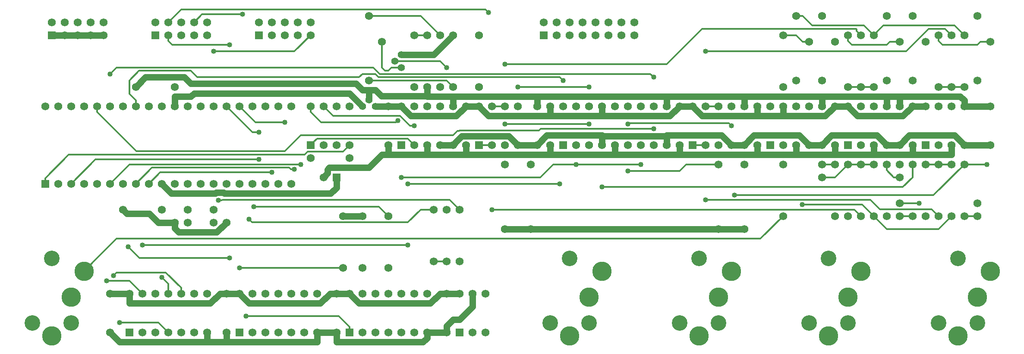
<source format=gbr>
G04 #@! TF.GenerationSoftware,KiCad,Pcbnew,(5.0.2)-1*
G04 #@! TF.CreationDate,2019-01-01T18:45:18-08:00*
G04 #@! TF.ProjectId,500-1063C,3530302d-3130-4363-9343-2e6b69636164,rev?*
G04 #@! TF.SameCoordinates,Original*
G04 #@! TF.FileFunction,Copper,L1,Top*
G04 #@! TF.FilePolarity,Positive*
%FSLAX46Y46*%
G04 Gerber Fmt 4.6, Leading zero omitted, Abs format (unit mm)*
G04 Created by KiCad (PCBNEW (5.0.2)-1) date 1/1/2019 6:45:18 PM*
%MOMM*%
%LPD*%
G01*
G04 APERTURE LIST*
G04 #@! TA.AperFunction,ComponentPad*
%ADD10R,1.574800X1.574800*%
G04 #@! TD*
G04 #@! TA.AperFunction,ComponentPad*
%ADD11C,1.574800*%
G04 #@! TD*
G04 #@! TA.AperFunction,ComponentPad*
%ADD12C,3.810000*%
G04 #@! TD*
G04 #@! TA.AperFunction,ComponentPad*
%ADD13C,3.048000*%
G04 #@! TD*
G04 #@! TA.AperFunction,ComponentPad*
%ADD14C,1.397000*%
G04 #@! TD*
G04 #@! TA.AperFunction,ViaPad*
%ADD15C,1.016000*%
G04 #@! TD*
G04 #@! TA.AperFunction,Conductor*
%ADD16C,1.270000*%
G04 #@! TD*
G04 #@! TA.AperFunction,Conductor*
%ADD17C,0.304800*%
G04 #@! TD*
G04 APERTURE END LIST*
D10*
G04 #@! TO.P,P3,1*
G04 #@! TO.N,-15V0*
X172720000Y-62230000D03*
D11*
G04 #@! TO.P,P3,2*
X172720000Y-59690000D03*
G04 #@! TO.P,P3,3*
G04 #@! TO.N,GND*
X175260000Y-62230000D03*
G04 #@! TO.P,P3,4*
X175260000Y-59690000D03*
G04 #@! TO.P,P3,5*
X177800000Y-62230000D03*
G04 #@! TO.P,P3,6*
X177800000Y-59690000D03*
G04 #@! TO.P,P3,7*
X180340000Y-62230000D03*
G04 #@! TO.P,P3,8*
X180340000Y-59690000D03*
G04 #@! TO.P,P3,9*
G04 #@! TO.N,+15V0*
X182880000Y-62230000D03*
G04 #@! TO.P,P3,10*
X182880000Y-59690000D03*
G04 #@! TO.P,P3,11*
G04 #@! TO.N,N/C*
X185420000Y-62230000D03*
G04 #@! TO.P,P3,12*
X185420000Y-59690000D03*
G04 #@! TO.P,P3,13*
X187960000Y-62230000D03*
G04 #@! TO.P,P3,14*
X187960000Y-59690000D03*
G04 #@! TO.P,P3,15*
X190500000Y-62230000D03*
G04 #@! TO.P,P3,16*
X190500000Y-59690000D03*
G04 #@! TD*
G04 #@! TO.P,C1,1*
G04 #@! TO.N,VCC*
X87630000Y-113030000D03*
G04 #@! TO.P,C1,2*
G04 #@! TO.N,GND*
X87630000Y-120650000D03*
G04 #@! TD*
G04 #@! TO.P,C2,1*
G04 #@! TO.N,VCC*
X110490000Y-113030000D03*
G04 #@! TO.P,C2,2*
G04 #@! TO.N,GND*
X110490000Y-120650000D03*
G04 #@! TD*
G04 #@! TO.P,C3,1*
G04 #@! TO.N,+15V0*
X214630000Y-76200000D03*
G04 #@! TO.P,C3,2*
G04 #@! TO.N,GND*
X214630000Y-83820000D03*
G04 #@! TD*
G04 #@! TO.P,C4,2*
G04 #@! TO.N,GND*
X227330000Y-76200000D03*
G04 #@! TO.P,C4,1*
G04 #@! TO.N,-15V0*
X227330000Y-83820000D03*
G04 #@! TD*
G04 #@! TO.P,C5,2*
G04 #@! TO.N,GND*
X110490000Y-99060000D03*
G04 #@! TO.P,C5,1*
G04 #@! TO.N,Net-(C5-Pad1)*
X107950000Y-99060000D03*
G04 #@! TD*
G04 #@! TO.P,C6,1*
G04 #@! TO.N,Net-(C6-Pad1)*
X102870000Y-99060000D03*
G04 #@! TO.P,C6,2*
G04 #@! TO.N,GND*
X100330000Y-99060000D03*
G04 #@! TD*
G04 #@! TO.P,C7,1*
G04 #@! TO.N,+15V0*
X142240000Y-76200000D03*
G04 #@! TO.P,C7,2*
G04 #@! TO.N,GND*
X142240000Y-83820000D03*
G04 #@! TD*
G04 #@! TO.P,C8,2*
G04 #@! TO.N,GND*
X154940000Y-76200000D03*
G04 #@! TO.P,C8,1*
G04 #@! TO.N,-15V0*
X154940000Y-83820000D03*
G04 #@! TD*
G04 #@! TO.P,C9,2*
G04 #@! TO.N,GND*
X127000000Y-86360000D03*
G04 #@! TO.P,C9,1*
G04 #@! TO.N,VCC*
X134620000Y-86360000D03*
G04 #@! TD*
G04 #@! TO.P,C10,1*
G04 #@! TO.N,-15V0*
X196850000Y-83820000D03*
G04 #@! TO.P,C10,2*
G04 #@! TO.N,GND*
X196850000Y-76200000D03*
G04 #@! TD*
G04 #@! TO.P,C11,2*
G04 #@! TO.N,GND*
X173990000Y-83820000D03*
G04 #@! TO.P,C11,1*
G04 #@! TO.N,+15V0*
X173990000Y-76200000D03*
G04 #@! TD*
G04 #@! TO.P,C12,1*
G04 #@! TO.N,Net-(C12-Pad1)*
X207010000Y-87630000D03*
G04 #@! TO.P,C12,2*
G04 #@! TO.N,GND*
X207010000Y-100330000D03*
G04 #@! TD*
G04 #@! TO.P,C13,2*
G04 #@! TO.N,GND*
X212090000Y-100330000D03*
G04 #@! TO.P,C13,1*
G04 #@! TO.N,Net-(C13-Pad1)*
X212090000Y-87630000D03*
G04 #@! TD*
G04 #@! TO.P,C14,1*
G04 #@! TO.N,Net-(C14-Pad1)*
X165100000Y-87630000D03*
G04 #@! TO.P,C14,2*
G04 #@! TO.N,GND*
X165100000Y-100330000D03*
G04 #@! TD*
G04 #@! TO.P,C15,2*
G04 #@! TO.N,GND*
X170180000Y-100330000D03*
G04 #@! TO.P,C15,1*
G04 #@! TO.N,Net-(C15-Pad1)*
X170180000Y-87630000D03*
G04 #@! TD*
G04 #@! TO.P,C16,2*
G04 #@! TO.N,GND*
X199390000Y-83820000D03*
G04 #@! TO.P,C16,1*
G04 #@! TO.N,+15V0*
X199390000Y-76200000D03*
G04 #@! TD*
G04 #@! TO.P,C17,2*
G04 #@! TO.N,GND*
X157480000Y-83820000D03*
G04 #@! TO.P,C17,1*
G04 #@! TO.N,+15V0*
X157480000Y-76200000D03*
G04 #@! TD*
G04 #@! TO.P,C18,1*
G04 #@! TO.N,-15V0*
X212090000Y-83820000D03*
G04 #@! TO.P,C18,2*
G04 #@! TO.N,GND*
X212090000Y-76200000D03*
G04 #@! TD*
G04 #@! TO.P,C19,1*
G04 #@! TO.N,-15V0*
X171450000Y-83820000D03*
G04 #@! TO.P,C19,2*
G04 #@! TO.N,GND*
X171450000Y-76200000D03*
G04 #@! TD*
G04 #@! TO.P,C20,1*
G04 #@! TO.N,VCC*
X97790000Y-96520000D03*
G04 #@! TO.P,C20,2*
G04 #@! TO.N,GND*
X90170000Y-96520000D03*
G04 #@! TD*
G04 #@! TO.P,C21,2*
G04 #@! TO.N,GND*
X92710000Y-72390000D03*
G04 #@! TO.P,C21,1*
G04 #@! TO.N,VCC*
X100330000Y-72390000D03*
G04 #@! TD*
G04 #@! TO.P,C22,2*
G04 #@! TO.N,GND*
X129540000Y-90170000D03*
D10*
G04 #@! TO.P,C22,1*
G04 #@! TO.N,VCC*
X132080000Y-90170000D03*
G04 #@! TD*
D11*
G04 #@! TO.P,D1,1*
G04 #@! TO.N,Net-(D1-Pad1)*
X153670000Y-106680000D03*
G04 #@! TO.P,D1,2*
G04 #@! TO.N,Net-(D1-Pad2)*
X153670000Y-96520000D03*
G04 #@! TD*
D12*
G04 #@! TO.P,J1,1*
G04 #@! TO.N,GND*
X76200000Y-121361200D03*
D13*
G04 #@! TO.P,J1,*
G04 #@! TO.N,*
X80010000Y-118821200D03*
D12*
G04 #@! TO.P,J1,2*
G04 #@! TO.N,GND*
X80010000Y-113741200D03*
G04 #@! TO.P,J1,3*
G04 #@! TO.N,Net-(J1-Pad3)*
X82550000Y-108661200D03*
D13*
G04 #@! TO.P,J1,*
G04 #@! TO.N,*
X76200000Y-106121200D03*
X72390000Y-118821200D03*
G04 #@! TD*
G04 #@! TO.P,J2,*
G04 #@! TO.N,*
X224790000Y-118821200D03*
X228600000Y-106121200D03*
D12*
G04 #@! TO.P,J2,3*
G04 #@! TO.N,Net-(J2-Pad3)*
X234950000Y-108661200D03*
G04 #@! TO.P,J2,2*
G04 #@! TO.N,N/C*
X232410000Y-113741200D03*
D13*
G04 #@! TO.P,J2,*
G04 #@! TO.N,*
X232410000Y-118821200D03*
D12*
G04 #@! TO.P,J2,1*
G04 #@! TO.N,GND*
X228600000Y-121361200D03*
G04 #@! TD*
G04 #@! TO.P,J4,1*
G04 #@! TO.N,GND*
X177800000Y-121361200D03*
D13*
G04 #@! TO.P,J4,*
G04 #@! TO.N,*
X181610000Y-118821200D03*
D12*
G04 #@! TO.P,J4,2*
G04 #@! TO.N,N/C*
X181610000Y-113741200D03*
G04 #@! TO.P,J4,3*
G04 #@! TO.N,Net-(J4-Pad3)*
X184150000Y-108661200D03*
D13*
G04 #@! TO.P,J4,*
G04 #@! TO.N,*
X177800000Y-106121200D03*
X173990000Y-118821200D03*
G04 #@! TD*
D12*
G04 #@! TO.P,J5,1*
G04 #@! TO.N,GND*
X203200000Y-121361200D03*
D13*
G04 #@! TO.P,J5,*
G04 #@! TO.N,*
X207010000Y-118821200D03*
D12*
G04 #@! TO.P,J5,2*
G04 #@! TO.N,N/C*
X207010000Y-113741200D03*
G04 #@! TO.P,J5,3*
G04 #@! TO.N,Net-(J5-Pad3)*
X209550000Y-108661200D03*
D13*
G04 #@! TO.P,J5,*
G04 #@! TO.N,*
X203200000Y-106121200D03*
X199390000Y-118821200D03*
G04 #@! TD*
D10*
G04 #@! TO.P,J6,1*
G04 #@! TO.N,Net-(J6-Pad1)*
X116840000Y-62230000D03*
D11*
G04 #@! TO.P,J6,2*
G04 #@! TO.N,N/C*
X116840000Y-59690000D03*
G04 #@! TO.P,J6,3*
G04 #@! TO.N,Net-(J6-Pad3)*
X119380000Y-62230000D03*
G04 #@! TO.P,J6,4*
G04 #@! TO.N,N/C*
X119380000Y-59690000D03*
G04 #@! TO.P,J6,5*
G04 #@! TO.N,Net-(J6-Pad5)*
X121920000Y-62230000D03*
G04 #@! TO.P,J6,6*
G04 #@! TO.N,Net-(J6-Pad6)*
X121920000Y-59690000D03*
G04 #@! TO.P,J6,7*
G04 #@! TO.N,N/C*
X124460000Y-62230000D03*
G04 #@! TO.P,J6,8*
X124460000Y-59690000D03*
G04 #@! TO.P,J6,9*
G04 #@! TO.N,Net-(J6-Pad9)*
X127000000Y-62230000D03*
G04 #@! TO.P,J6,10*
G04 #@! TO.N,N/C*
X127000000Y-59690000D03*
G04 #@! TD*
D10*
G04 #@! TO.P,P1,1*
G04 #@! TO.N,GND*
X76200000Y-62230000D03*
D11*
G04 #@! TO.P,P1,2*
G04 #@! TO.N,Net-(P1-Pad2)*
X76200000Y-59690000D03*
G04 #@! TO.P,P1,3*
G04 #@! TO.N,GND*
X78740000Y-62230000D03*
G04 #@! TO.P,P1,4*
G04 #@! TO.N,Net-(P1-Pad4)*
X78740000Y-59690000D03*
G04 #@! TO.P,P1,5*
G04 #@! TO.N,GND*
X81280000Y-62230000D03*
G04 #@! TO.P,P1,6*
G04 #@! TO.N,Net-(P1-Pad6)*
X81280000Y-59690000D03*
G04 #@! TO.P,P1,7*
G04 #@! TO.N,GND*
X83820000Y-62230000D03*
G04 #@! TO.P,P1,8*
G04 #@! TO.N,Net-(P1-Pad8)*
X83820000Y-59690000D03*
G04 #@! TO.P,P1,9*
G04 #@! TO.N,GND*
X86360000Y-62230000D03*
G04 #@! TO.P,P1,10*
G04 #@! TO.N,Net-(P1-Pad10)*
X86360000Y-59690000D03*
G04 #@! TD*
G04 #@! TO.P,P2,10*
G04 #@! TO.N,GND*
X106680000Y-59690000D03*
G04 #@! TO.P,P2,9*
X106680000Y-62230000D03*
G04 #@! TO.P,P2,8*
G04 #@! TO.N,Net-(P2-Pad8)*
X104140000Y-59690000D03*
G04 #@! TO.P,P2,7*
G04 #@! TO.N,Net-(P2-Pad7)*
X104140000Y-62230000D03*
G04 #@! TO.P,P2,6*
G04 #@! TO.N,GND*
X101600000Y-59690000D03*
G04 #@! TO.P,P2,5*
X101600000Y-62230000D03*
G04 #@! TO.P,P2,4*
G04 #@! TO.N,Net-(D1-Pad2)*
X99060000Y-59690000D03*
G04 #@! TO.P,P2,3*
G04 #@! TO.N,Net-(P2-Pad3)*
X99060000Y-62230000D03*
G04 #@! TO.P,P2,2*
G04 #@! TO.N,GND*
X96520000Y-59690000D03*
D10*
G04 #@! TO.P,P2,1*
X96520000Y-62230000D03*
G04 #@! TD*
D11*
G04 #@! TO.P,R1,1*
G04 #@! TO.N,Net-(P2-Pad8)*
X142240000Y-97790000D03*
G04 #@! TO.P,R1,2*
G04 #@! TO.N,Net-(R1-Pad2)*
X142240000Y-107950000D03*
G04 #@! TD*
G04 #@! TO.P,R2,2*
G04 #@! TO.N,Net-(D1-Pad1)*
X151130000Y-106680000D03*
G04 #@! TO.P,R2,1*
G04 #@! TO.N,Net-(P2-Pad3)*
X151130000Y-96520000D03*
G04 #@! TD*
G04 #@! TO.P,R3,2*
G04 #@! TO.N,VCC*
X133350000Y-97790000D03*
G04 #@! TO.P,R3,1*
G04 #@! TO.N,Net-(P2-Pad7)*
X133350000Y-107950000D03*
G04 #@! TD*
G04 #@! TO.P,R4,2*
G04 #@! TO.N,Net-(R4-Pad2)*
X137160000Y-107950000D03*
G04 #@! TO.P,R4,1*
G04 #@! TO.N,VCC*
X137160000Y-97790000D03*
G04 #@! TD*
G04 #@! TO.P,R5,1*
G04 #@! TO.N,Net-(J1-Pad3)*
X219710000Y-97790000D03*
G04 #@! TO.P,R5,2*
G04 #@! TO.N,Net-(R5-Pad2)*
X219710000Y-87630000D03*
G04 #@! TD*
G04 #@! TO.P,R6,2*
G04 #@! TO.N,/AVR/MIDI_IN*
X156210000Y-96520000D03*
G04 #@! TO.P,R6,1*
G04 #@! TO.N,VCC*
X156210000Y-106680000D03*
G04 #@! TD*
G04 #@! TO.P,R7,2*
G04 #@! TO.N,Net-(R7-Pad2)*
X219710000Y-62230000D03*
G04 #@! TO.P,R7,1*
G04 #@! TO.N,Net-(R5-Pad2)*
X219710000Y-72390000D03*
G04 #@! TD*
G04 #@! TO.P,R8,1*
G04 #@! TO.N,Net-(R10-Pad1)*
X222250000Y-58420000D03*
G04 #@! TO.P,R8,2*
G04 #@! TO.N,Net-(R7-Pad2)*
X224790000Y-63500000D03*
G04 #@! TO.P,R8,3*
X222250000Y-71120000D03*
G04 #@! TD*
G04 #@! TO.P,R9,2*
G04 #@! TO.N,Net-(C29-Pad1)*
X252730000Y-72390000D03*
G04 #@! TO.P,R9,1*
G04 #@! TO.N,/SampleHold/VB*
X252730000Y-62230000D03*
G04 #@! TD*
G04 #@! TO.P,R10,1*
G04 #@! TO.N,Net-(R10-Pad1)*
X255270000Y-62230000D03*
G04 #@! TO.P,R10,2*
G04 #@! TO.N,Net-(C29-Pad1)*
X255270000Y-72390000D03*
G04 #@! TD*
G04 #@! TO.P,R11,2*
G04 #@! TO.N,Net-(C31-Pad1)*
X234950000Y-87630000D03*
G04 #@! TO.P,R11,1*
G04 #@! TO.N,/SampleHold/VC*
X234950000Y-97790000D03*
G04 #@! TD*
G04 #@! TO.P,R12,1*
G04 #@! TO.N,Net-(R10-Pad1)*
X237490000Y-97790000D03*
G04 #@! TO.P,R12,2*
G04 #@! TO.N,Net-(C31-Pad1)*
X237490000Y-87630000D03*
G04 #@! TD*
G04 #@! TO.P,R13,1*
G04 #@! TO.N,/SampleHold/VA*
X250190000Y-97790000D03*
G04 #@! TO.P,R13,2*
G04 #@! TO.N,Net-(C30-Pad1)*
X250190000Y-87630000D03*
G04 #@! TD*
G04 #@! TO.P,R14,2*
G04 #@! TO.N,Net-(C30-Pad1)*
X252730000Y-87630000D03*
G04 #@! TO.P,R14,1*
G04 #@! TO.N,Net-(R10-Pad1)*
X252730000Y-97790000D03*
G04 #@! TD*
G04 #@! TO.P,R15,2*
G04 #@! TO.N,Net-(C32-Pad1)*
X234950000Y-72390000D03*
G04 #@! TO.P,R15,1*
G04 #@! TO.N,/SampleHold/VD*
X234950000Y-62230000D03*
G04 #@! TD*
G04 #@! TO.P,R16,1*
G04 #@! TO.N,Net-(R10-Pad1)*
X237490000Y-62230000D03*
G04 #@! TO.P,R16,2*
G04 #@! TO.N,Net-(C32-Pad1)*
X237490000Y-72390000D03*
G04 #@! TD*
G04 #@! TO.P,R17,1*
G04 #@! TO.N,Net-(C29-Pad1)*
X250190000Y-72390000D03*
G04 #@! TO.P,R17,2*
G04 #@! TO.N,Net-(R17-Pad2)*
X250190000Y-62230000D03*
G04 #@! TD*
G04 #@! TO.P,R18,2*
G04 #@! TO.N,Net-(R18-Pad2)*
X232410000Y-97790000D03*
G04 #@! TO.P,R18,1*
G04 #@! TO.N,Net-(C31-Pad1)*
X232410000Y-87630000D03*
G04 #@! TD*
G04 #@! TO.P,R19,2*
G04 #@! TO.N,Net-(R19-Pad2)*
X247650000Y-97790000D03*
G04 #@! TO.P,R19,1*
G04 #@! TO.N,Net-(C30-Pad1)*
X247650000Y-87630000D03*
G04 #@! TD*
G04 #@! TO.P,R20,1*
G04 #@! TO.N,Net-(C32-Pad1)*
X232410000Y-72390000D03*
G04 #@! TO.P,R20,2*
G04 #@! TO.N,Net-(R20-Pad2)*
X232410000Y-62230000D03*
G04 #@! TD*
G04 #@! TO.P,R21,3*
G04 #@! TO.N,Net-(R17-Pad2)*
X257810000Y-71120000D03*
G04 #@! TO.P,R21,2*
X260350000Y-63500000D03*
G04 #@! TO.P,R21,1*
G04 #@! TO.N,Net-(J5-Pad3)*
X257810000Y-58420000D03*
G04 #@! TD*
G04 #@! TO.P,R22,1*
G04 #@! TO.N,Net-(J2-Pad3)*
X227330000Y-58420000D03*
G04 #@! TO.P,R22,2*
G04 #@! TO.N,Net-(R18-Pad2)*
X229870000Y-63500000D03*
G04 #@! TO.P,R22,3*
X227330000Y-71120000D03*
G04 #@! TD*
G04 #@! TO.P,R23,1*
G04 #@! TO.N,Net-(J4-Pad3)*
X245110000Y-58420000D03*
G04 #@! TO.P,R23,2*
G04 #@! TO.N,Net-(R19-Pad2)*
X247650000Y-63500000D03*
G04 #@! TO.P,R23,3*
X245110000Y-71120000D03*
G04 #@! TD*
G04 #@! TO.P,R24,3*
G04 #@! TO.N,Net-(R20-Pad2)*
X240030000Y-71120000D03*
G04 #@! TO.P,R24,2*
X242570000Y-63500000D03*
G04 #@! TO.P,R24,1*
G04 #@! TO.N,Net-(J3-Pad3)*
X240030000Y-58420000D03*
G04 #@! TD*
G04 #@! TO.P,R25,1*
G04 #@! TO.N,Net-(R25-Pad1)*
X152400000Y-72390000D03*
G04 #@! TO.P,R25,2*
G04 #@! TO.N,Net-(R25-Pad2)*
X152400000Y-62230000D03*
G04 #@! TD*
G04 #@! TO.P,R26,3*
G04 #@! TO.N,Net-(R26-Pad3)*
X138430000Y-71120000D03*
G04 #@! TO.P,R26,2*
G04 #@! TO.N,Net-(R26-Pad2)*
X140970000Y-63500000D03*
G04 #@! TO.P,R26,1*
G04 #@! TO.N,Net-(R25-Pad2)*
X138430000Y-58420000D03*
G04 #@! TD*
G04 #@! TO.P,R27,1*
G04 #@! TO.N,Net-(R26-Pad3)*
X154940000Y-72390000D03*
G04 #@! TO.P,R27,2*
G04 #@! TO.N,GND*
X154940000Y-62230000D03*
G04 #@! TD*
G04 #@! TO.P,R28,1*
G04 #@! TO.N,+15V0*
X160020000Y-72390000D03*
G04 #@! TO.P,R28,2*
G04 #@! TO.N,Net-(R25-Pad1)*
X160020000Y-62230000D03*
G04 #@! TD*
G04 #@! TO.P,R29,1*
G04 #@! TO.N,Net-(R29-Pad1)*
X149860000Y-62230000D03*
G04 #@! TO.P,R29,2*
G04 #@! TO.N,GND*
X149860000Y-72390000D03*
G04 #@! TD*
G04 #@! TO.P,R30,2*
G04 #@! TO.N,Net-(R30-Pad2)*
X147320000Y-72390000D03*
G04 #@! TO.P,R30,1*
G04 #@! TO.N,Net-(R29-Pad1)*
X147320000Y-62230000D03*
G04 #@! TD*
G04 #@! TO.P,U1,40*
G04 #@! TO.N,/AVR/A*
X74930000Y-76200000D03*
D10*
G04 #@! TO.P,U1,1*
G04 #@! TO.N,Net-(U1-Pad1)*
X74930000Y-91440000D03*
D11*
G04 #@! TO.P,U1,39*
G04 #@! TO.N,/AVR/B*
X77470000Y-76200000D03*
G04 #@! TO.P,U1,2*
G04 #@! TO.N,N/C*
X77470000Y-91440000D03*
G04 #@! TO.P,U1,38*
G04 #@! TO.N,/AVR/C*
X80010000Y-76200000D03*
G04 #@! TO.P,U1,3*
G04 #@! TO.N,/AVR/GATE*
X80010000Y-91440000D03*
G04 #@! TO.P,U1,37*
G04 #@! TO.N,/AVR/D*
X82550000Y-76200000D03*
G04 #@! TO.P,U1,4*
G04 #@! TO.N,N/C*
X82550000Y-91440000D03*
G04 #@! TO.P,U1,36*
G04 #@! TO.N,/SampleHold/SA*
X85090000Y-76200000D03*
G04 #@! TO.P,U1,5*
G04 #@! TO.N,N/C*
X85090000Y-91440000D03*
G04 #@! TO.P,U1,35*
G04 #@! TO.N,/SampleHold/SB*
X87630000Y-76200000D03*
G04 #@! TO.P,U1,6*
G04 #@! TO.N,Net-(U1-Pad6)*
X87630000Y-91440000D03*
G04 #@! TO.P,U1,34*
G04 #@! TO.N,/SampleHold/SC*
X90170000Y-76200000D03*
G04 #@! TO.P,U1,7*
G04 #@! TO.N,N/C*
X90170000Y-91440000D03*
G04 #@! TO.P,U1,33*
G04 #@! TO.N,/SampleHold/SD*
X92710000Y-76200000D03*
G04 #@! TO.P,U1,8*
G04 #@! TO.N,Net-(U1-Pad8)*
X92710000Y-91440000D03*
G04 #@! TO.P,U1,32*
G04 #@! TO.N,N/C*
X95250000Y-76200000D03*
G04 #@! TO.P,U1,9*
G04 #@! TO.N,Net-(J6-Pad6)*
X95250000Y-91440000D03*
G04 #@! TO.P,U1,31*
G04 #@! TO.N,GND*
X97790000Y-76200000D03*
G04 #@! TO.P,U1,10*
G04 #@! TO.N,VCC*
X97790000Y-91440000D03*
G04 #@! TO.P,U1,30*
X100330000Y-76200000D03*
G04 #@! TO.P,U1,11*
G04 #@! TO.N,GND*
X100330000Y-91440000D03*
G04 #@! TO.P,U1,29*
G04 #@! TO.N,N/C*
X102870000Y-76200000D03*
G04 #@! TO.P,U1,12*
G04 #@! TO.N,Net-(C6-Pad1)*
X102870000Y-91440000D03*
G04 #@! TO.P,U1,28*
G04 #@! TO.N,N/C*
X105410000Y-76200000D03*
G04 #@! TO.P,U1,13*
G04 #@! TO.N,Net-(C5-Pad1)*
X105410000Y-91440000D03*
G04 #@! TO.P,U1,27*
G04 #@! TO.N,Net-(J6-Pad9)*
X107950000Y-76200000D03*
G04 #@! TO.P,U1,14*
G04 #@! TO.N,/AVR/MIDI_IN*
X107950000Y-91440000D03*
G04 #@! TO.P,U1,26*
G04 #@! TO.N,Net-(J6-Pad3)*
X110490000Y-76200000D03*
G04 #@! TO.P,U1,15*
G04 #@! TO.N,/AVR/MIDI_OUT*
X110490000Y-91440000D03*
G04 #@! TO.P,U1,25*
G04 #@! TO.N,Net-(J6-Pad5)*
X113030000Y-76200000D03*
G04 #@! TO.P,U1,16*
G04 #@! TO.N,N/C*
X113030000Y-91440000D03*
G04 #@! TO.P,U1,24*
G04 #@! TO.N,Net-(J6-Pad1)*
X115570000Y-76200000D03*
G04 #@! TO.P,U1,17*
G04 #@! TO.N,N/C*
X115570000Y-91440000D03*
G04 #@! TO.P,U1,23*
X118110000Y-76200000D03*
G04 #@! TO.P,U1,18*
X118110000Y-91440000D03*
G04 #@! TO.P,U1,22*
X120650000Y-76200000D03*
G04 #@! TO.P,U1,19*
X120650000Y-91440000D03*
G04 #@! TO.P,U1,21*
X123190000Y-76200000D03*
G04 #@! TO.P,U1,20*
X123190000Y-91440000D03*
G04 #@! TD*
G04 #@! TO.P,U2,14*
G04 #@! TO.N,VCC*
X91440000Y-113030000D03*
D10*
G04 #@! TO.P,U2,1*
G04 #@! TO.N,Net-(P1-Pad2)*
X91440000Y-120650000D03*
D11*
G04 #@! TO.P,U2,13*
G04 #@! TO.N,Net-(P1-Pad8)*
X93980000Y-113030000D03*
G04 #@! TO.P,U2,2*
G04 #@! TO.N,N/C*
X93980000Y-120650000D03*
G04 #@! TO.P,U2,12*
X96520000Y-113030000D03*
G04 #@! TO.P,U2,3*
G04 #@! TO.N,/AVR/A*
X96520000Y-120650000D03*
G04 #@! TO.P,U2,11*
G04 #@! TO.N,/AVR/D*
X99060000Y-113030000D03*
G04 #@! TO.P,U2,4*
G04 #@! TO.N,Net-(P1-Pad4)*
X99060000Y-120650000D03*
G04 #@! TO.P,U2,10*
G04 #@! TO.N,Net-(P1-Pad6)*
X101600000Y-113030000D03*
G04 #@! TO.P,U2,5*
G04 #@! TO.N,N/C*
X101600000Y-120650000D03*
G04 #@! TO.P,U2,9*
X104140000Y-113030000D03*
G04 #@! TO.P,U2,6*
G04 #@! TO.N,/AVR/B*
X104140000Y-120650000D03*
G04 #@! TO.P,U2,8*
G04 #@! TO.N,/AVR/C*
X106680000Y-113030000D03*
G04 #@! TO.P,U2,7*
G04 #@! TO.N,GND*
X106680000Y-120650000D03*
G04 #@! TD*
G04 #@! TO.P,U3,7*
G04 #@! TO.N,GND*
X128270000Y-120650000D03*
G04 #@! TO.P,U3,8*
G04 #@! TO.N,N/C*
X128270000Y-113030000D03*
G04 #@! TO.P,U3,6*
X125730000Y-120650000D03*
G04 #@! TO.P,U3,9*
X125730000Y-113030000D03*
G04 #@! TO.P,U3,5*
X123190000Y-120650000D03*
G04 #@! TO.P,U3,10*
X123190000Y-113030000D03*
G04 #@! TO.P,U3,4*
X120650000Y-120650000D03*
G04 #@! TO.P,U3,11*
X120650000Y-113030000D03*
G04 #@! TO.P,U3,3*
G04 #@! TO.N,/AVR/GATE*
X118110000Y-120650000D03*
G04 #@! TO.P,U3,12*
G04 #@! TO.N,N/C*
X118110000Y-113030000D03*
G04 #@! TO.P,U3,2*
X115570000Y-120650000D03*
G04 #@! TO.P,U3,13*
X115570000Y-113030000D03*
D10*
G04 #@! TO.P,U3,1*
G04 #@! TO.N,Net-(P1-Pad10)*
X113030000Y-120650000D03*
D11*
G04 #@! TO.P,U3,14*
G04 #@! TO.N,VCC*
X113030000Y-113030000D03*
G04 #@! TD*
G04 #@! TO.P,U4,14*
G04 #@! TO.N,VCC*
X134620000Y-113030000D03*
D10*
G04 #@! TO.P,U4,1*
G04 #@! TO.N,/AVR/MIDI_OUT*
X134620000Y-120650000D03*
D11*
G04 #@! TO.P,U4,13*
G04 #@! TO.N,N/C*
X137160000Y-113030000D03*
G04 #@! TO.P,U4,2*
G04 #@! TO.N,Net-(R4-Pad2)*
X137160000Y-120650000D03*
G04 #@! TO.P,U4,12*
G04 #@! TO.N,N/C*
X139700000Y-113030000D03*
G04 #@! TO.P,U4,3*
G04 #@! TO.N,Net-(R4-Pad2)*
X139700000Y-120650000D03*
G04 #@! TO.P,U4,11*
G04 #@! TO.N,N/C*
X142240000Y-113030000D03*
G04 #@! TO.P,U4,4*
G04 #@! TO.N,Net-(R1-Pad2)*
X142240000Y-120650000D03*
G04 #@! TO.P,U4,10*
G04 #@! TO.N,N/C*
X144780000Y-113030000D03*
G04 #@! TO.P,U4,5*
X144780000Y-120650000D03*
G04 #@! TO.P,U4,9*
X147320000Y-113030000D03*
G04 #@! TO.P,U4,6*
X147320000Y-120650000D03*
G04 #@! TO.P,U4,8*
X149860000Y-113030000D03*
G04 #@! TO.P,U4,7*
G04 #@! TO.N,GND*
X149860000Y-120650000D03*
G04 #@! TD*
G04 #@! TO.P,U5,6*
G04 #@! TO.N,VCC*
X156210000Y-113030000D03*
D10*
G04 #@! TO.P,U5,1*
G04 #@! TO.N,Net-(D1-Pad1)*
X156210000Y-120650000D03*
D11*
G04 #@! TO.P,U5,5*
G04 #@! TO.N,GND*
X158750000Y-113030000D03*
G04 #@! TO.P,U5,2*
G04 #@! TO.N,Net-(D1-Pad2)*
X158750000Y-120650000D03*
G04 #@! TO.P,U5,4*
G04 #@! TO.N,/AVR/MIDI_IN*
X161290000Y-113030000D03*
G04 #@! TO.P,U5,3*
G04 #@! TO.N,N/C*
X161290000Y-120650000D03*
G04 #@! TD*
G04 #@! TO.P,U7,8*
G04 #@! TO.N,N/C*
X217170000Y-76200000D03*
G04 #@! TO.P,U7,7*
G04 #@! TO.N,+15V0*
X219710000Y-76200000D03*
G04 #@! TO.P,U7,6*
G04 #@! TO.N,Net-(R10-Pad1)*
X222250000Y-76200000D03*
G04 #@! TO.P,U7,5*
G04 #@! TO.N,N/C*
X224790000Y-76200000D03*
G04 #@! TO.P,U7,4*
G04 #@! TO.N,-15V0*
X224790000Y-83820000D03*
G04 #@! TO.P,U7,3*
G04 #@! TO.N,GND*
X222250000Y-83820000D03*
G04 #@! TO.P,U7,2*
G04 #@! TO.N,Net-(R5-Pad2)*
X219710000Y-83820000D03*
D10*
G04 #@! TO.P,U7,1*
G04 #@! TO.N,N/C*
X217170000Y-83820000D03*
G04 #@! TD*
G04 #@! TO.P,U8,1*
G04 #@! TO.N,/SampleHold/VIN*
X144780000Y-83820000D03*
D11*
G04 #@! TO.P,U8,2*
G04 #@! TO.N,Net-(U13-Pad1)*
X147320000Y-83820000D03*
G04 #@! TO.P,U8,3*
G04 #@! TO.N,GND*
X149860000Y-83820000D03*
G04 #@! TO.P,U8,4*
G04 #@! TO.N,-15V0*
X152400000Y-83820000D03*
G04 #@! TO.P,U8,5*
G04 #@! TO.N,Net-(R25-Pad1)*
X152400000Y-76200000D03*
G04 #@! TO.P,U8,6*
G04 #@! TO.N,Net-(R29-Pad1)*
X149860000Y-76200000D03*
G04 #@! TO.P,U8,7*
G04 #@! TO.N,Net-(R30-Pad2)*
X147320000Y-76200000D03*
G04 #@! TO.P,U8,8*
G04 #@! TO.N,+15V0*
X144780000Y-76200000D03*
G04 #@! TD*
G04 #@! TO.P,U9,8*
G04 #@! TO.N,+15V0*
X232410000Y-76200000D03*
G04 #@! TO.P,U9,7*
G04 #@! TO.N,Net-(C32-Pad2)*
X234950000Y-76200000D03*
G04 #@! TO.P,U9,6*
G04 #@! TO.N,Net-(C32-Pad1)*
X237490000Y-76200000D03*
G04 #@! TO.P,U9,5*
G04 #@! TO.N,GND*
X240030000Y-76200000D03*
G04 #@! TO.P,U9,4*
G04 #@! TO.N,-15V0*
X240030000Y-83820000D03*
G04 #@! TO.P,U9,3*
G04 #@! TO.N,GND*
X237490000Y-83820000D03*
G04 #@! TO.P,U9,2*
G04 #@! TO.N,Net-(C31-Pad1)*
X234950000Y-83820000D03*
D10*
G04 #@! TO.P,U9,1*
G04 #@! TO.N,Net-(C31-Pad2)*
X232410000Y-83820000D03*
G04 #@! TD*
G04 #@! TO.P,U10,1*
G04 #@! TO.N,Net-(C30-Pad2)*
X247650000Y-83820000D03*
D11*
G04 #@! TO.P,U10,2*
G04 #@! TO.N,Net-(C30-Pad1)*
X250190000Y-83820000D03*
G04 #@! TO.P,U10,3*
G04 #@! TO.N,GND*
X252730000Y-83820000D03*
G04 #@! TO.P,U10,4*
G04 #@! TO.N,-15V0*
X255270000Y-83820000D03*
G04 #@! TO.P,U10,5*
G04 #@! TO.N,GND*
X255270000Y-76200000D03*
G04 #@! TO.P,U10,6*
G04 #@! TO.N,Net-(C29-Pad1)*
X252730000Y-76200000D03*
G04 #@! TO.P,U10,7*
G04 #@! TO.N,Net-(C29-Pad2)*
X250190000Y-76200000D03*
G04 #@! TO.P,U10,8*
G04 #@! TO.N,+15V0*
X247650000Y-76200000D03*
G04 #@! TD*
D14*
G04 #@! TO.P,U11,1*
G04 #@! TO.N,VCC*
X137160000Y-76200000D03*
G04 #@! TO.P,U11,2*
G04 #@! TO.N,GND*
X138430000Y-74930000D03*
G04 #@! TO.P,U11,3*
G04 #@! TO.N,+15V0*
X139700000Y-76200000D03*
G04 #@! TD*
G04 #@! TO.P,U12,3*
G04 #@! TO.N,GND*
X144780000Y-66040000D03*
G04 #@! TO.P,U12,2*
G04 #@! TO.N,Net-(R25-Pad1)*
X143510000Y-67310000D03*
G04 #@! TO.P,U12,1*
G04 #@! TO.N,Net-(R26-Pad2)*
X144780000Y-68580000D03*
G04 #@! TD*
D11*
G04 #@! TO.P,U13,8*
G04 #@! TO.N,/SampleHold/VIN*
X127000000Y-76200000D03*
G04 #@! TO.P,U13,7*
G04 #@! TO.N,Net-(R30-Pad2)*
X129540000Y-76200000D03*
G04 #@! TO.P,U13,6*
G04 #@! TO.N,Net-(U1-Pad8)*
X132080000Y-76200000D03*
G04 #@! TO.P,U13,5*
G04 #@! TO.N,Net-(U1-Pad6)*
X134620000Y-76200000D03*
G04 #@! TO.P,U13,4*
G04 #@! TO.N,Net-(U1-Pad1)*
X134620000Y-83820000D03*
G04 #@! TO.P,U13,3*
G04 #@! TO.N,VCC*
X132080000Y-83820000D03*
G04 #@! TO.P,U13,2*
G04 #@! TO.N,GND*
X129540000Y-83820000D03*
D10*
G04 #@! TO.P,U13,1*
G04 #@! TO.N,Net-(U13-Pad1)*
X127000000Y-83820000D03*
G04 #@! TD*
G04 #@! TO.P,U15,1*
G04 #@! TO.N,/SampleHold/SC*
X176530000Y-83820000D03*
D11*
G04 #@! TO.P,U15,2*
G04 #@! TO.N,/SampleHold/VIN*
X179070000Y-83820000D03*
G04 #@! TO.P,U15,3*
G04 #@! TO.N,Net-(C14-Pad1)*
X181610000Y-83820000D03*
G04 #@! TO.P,U15,4*
G04 #@! TO.N,-15V0*
X184150000Y-83820000D03*
G04 #@! TO.P,U15,5*
G04 #@! TO.N,GND*
X186690000Y-83820000D03*
G04 #@! TO.P,U15,6*
G04 #@! TO.N,Net-(C12-Pad1)*
X189230000Y-83820000D03*
G04 #@! TO.P,U15,7*
G04 #@! TO.N,/SampleHold/VIN*
X191770000Y-83820000D03*
G04 #@! TO.P,U15,8*
G04 #@! TO.N,/SampleHold/SA*
X194310000Y-83820000D03*
G04 #@! TO.P,U15,9*
G04 #@! TO.N,/SampleHold/SB*
X194310000Y-76200000D03*
G04 #@! TO.P,U15,10*
G04 #@! TO.N,/SampleHold/VIN*
X191770000Y-76200000D03*
G04 #@! TO.P,U15,11*
G04 #@! TO.N,Net-(C13-Pad1)*
X189230000Y-76200000D03*
G04 #@! TO.P,U15,12*
G04 #@! TO.N,N/C*
X186690000Y-76200000D03*
G04 #@! TO.P,U15,13*
G04 #@! TO.N,+15V0*
X184150000Y-76200000D03*
G04 #@! TO.P,U15,14*
G04 #@! TO.N,Net-(C15-Pad1)*
X181610000Y-76200000D03*
G04 #@! TO.P,U15,15*
G04 #@! TO.N,/SampleHold/VIN*
X179070000Y-76200000D03*
G04 #@! TO.P,U15,16*
G04 #@! TO.N,/SampleHold/SD*
X176530000Y-76200000D03*
G04 #@! TD*
D10*
G04 #@! TO.P,U16,1*
G04 #@! TO.N,/SampleHold/VA*
X201930000Y-83820000D03*
D11*
G04 #@! TO.P,U16,2*
X204470000Y-83820000D03*
G04 #@! TO.P,U16,3*
G04 #@! TO.N,Net-(C12-Pad1)*
X207010000Y-83820000D03*
G04 #@! TO.P,U16,4*
G04 #@! TO.N,-15V0*
X209550000Y-83820000D03*
G04 #@! TO.P,U16,5*
G04 #@! TO.N,Net-(C13-Pad1)*
X209550000Y-76200000D03*
G04 #@! TO.P,U16,6*
G04 #@! TO.N,/SampleHold/VB*
X207010000Y-76200000D03*
G04 #@! TO.P,U16,7*
X204470000Y-76200000D03*
G04 #@! TO.P,U16,8*
G04 #@! TO.N,+15V0*
X201930000Y-76200000D03*
G04 #@! TD*
D10*
G04 #@! TO.P,U17,1*
G04 #@! TO.N,/SampleHold/VC*
X160020000Y-83820000D03*
D11*
G04 #@! TO.P,U17,2*
X162560000Y-83820000D03*
G04 #@! TO.P,U17,3*
G04 #@! TO.N,Net-(C14-Pad1)*
X165100000Y-83820000D03*
G04 #@! TO.P,U17,4*
G04 #@! TO.N,-15V0*
X167640000Y-83820000D03*
G04 #@! TO.P,U17,5*
G04 #@! TO.N,Net-(C15-Pad1)*
X167640000Y-76200000D03*
G04 #@! TO.P,U17,6*
G04 #@! TO.N,/SampleHold/VD*
X165100000Y-76200000D03*
G04 #@! TO.P,U17,7*
X162560000Y-76200000D03*
G04 #@! TO.P,U17,8*
G04 #@! TO.N,+15V0*
X160020000Y-76200000D03*
G04 #@! TD*
G04 #@! TO.P,Y1,1*
G04 #@! TO.N,Net-(C5-Pad1)*
X107950000Y-96520000D03*
G04 #@! TO.P,Y1,2*
G04 #@! TO.N,Net-(C6-Pad1)*
X102870000Y-96520000D03*
G04 #@! TD*
G04 #@! TO.P,C23,1*
G04 #@! TO.N,+15V0*
X229870000Y-76200000D03*
G04 #@! TO.P,C23,2*
G04 #@! TO.N,GND*
X229870000Y-83820000D03*
G04 #@! TD*
G04 #@! TO.P,C24,2*
G04 #@! TO.N,GND*
X242570000Y-76200000D03*
G04 #@! TO.P,C24,1*
G04 #@! TO.N,-15V0*
X242570000Y-83820000D03*
G04 #@! TD*
G04 #@! TO.P,C25,2*
G04 #@! TO.N,GND*
X245110000Y-83820000D03*
G04 #@! TO.P,C25,1*
G04 #@! TO.N,+15V0*
X245110000Y-76200000D03*
G04 #@! TD*
G04 #@! TO.P,C26,1*
G04 #@! TO.N,-15V0*
X260350000Y-83820000D03*
G04 #@! TO.P,C26,2*
G04 #@! TO.N,GND*
X260350000Y-76200000D03*
G04 #@! TD*
D12*
G04 #@! TO.P,J3,1*
G04 #@! TO.N,GND*
X254000000Y-121361200D03*
D13*
G04 #@! TO.P,J3,*
G04 #@! TO.N,*
X257810000Y-118821200D03*
D12*
G04 #@! TO.P,J3,2*
G04 #@! TO.N,N/C*
X257810000Y-113741200D03*
G04 #@! TO.P,J3,3*
G04 #@! TO.N,Net-(J3-Pad3)*
X260350000Y-108661200D03*
D13*
G04 #@! TO.P,J3,*
G04 #@! TO.N,*
X254000000Y-106121200D03*
X250190000Y-118821200D03*
G04 #@! TD*
D11*
G04 #@! TO.P,C27,1*
G04 #@! TO.N,VCC*
X153670000Y-113030000D03*
G04 #@! TO.P,C27,2*
G04 #@! TO.N,GND*
X153670000Y-120650000D03*
G04 #@! TD*
G04 #@! TO.P,C28,2*
G04 #@! TO.N,GND*
X132080000Y-120650000D03*
G04 #@! TO.P,C28,1*
G04 #@! TO.N,VCC*
X132080000Y-113030000D03*
G04 #@! TD*
G04 #@! TO.P,C29,1*
G04 #@! TO.N,Net-(C29-Pad1)*
X257810000Y-95250000D03*
G04 #@! TO.P,C29,2*
G04 #@! TO.N,Net-(C29-Pad2)*
X257810000Y-97790000D03*
G04 #@! TD*
G04 #@! TO.P,C30,2*
G04 #@! TO.N,Net-(C30-Pad2)*
X242570000Y-97790000D03*
G04 #@! TO.P,C30,1*
G04 #@! TO.N,Net-(C30-Pad1)*
X242570000Y-95250000D03*
G04 #@! TD*
G04 #@! TO.P,C31,2*
G04 #@! TO.N,Net-(C31-Pad2)*
X227330000Y-87630000D03*
G04 #@! TO.P,C31,1*
G04 #@! TO.N,Net-(C31-Pad1)*
X227330000Y-90170000D03*
G04 #@! TD*
G04 #@! TO.P,C32,1*
G04 #@! TO.N,Net-(C32-Pad1)*
X242570000Y-87630000D03*
G04 #@! TO.P,C32,2*
G04 #@! TO.N,Net-(C32-Pad2)*
X242570000Y-90170000D03*
G04 #@! TD*
G04 #@! TO.P,R31,1*
G04 #@! TO.N,Net-(C30-Pad2)*
X245110000Y-97790000D03*
G04 #@! TO.P,R31,2*
G04 #@! TO.N,Net-(J4-Pad3)*
X245110000Y-87630000D03*
G04 #@! TD*
G04 #@! TO.P,R32,2*
G04 #@! TO.N,Net-(J5-Pad3)*
X255270000Y-87630000D03*
G04 #@! TO.P,R32,1*
G04 #@! TO.N,Net-(C29-Pad2)*
X255270000Y-97790000D03*
G04 #@! TD*
G04 #@! TO.P,R33,2*
G04 #@! TO.N,Net-(J3-Pad3)*
X240030000Y-97790000D03*
G04 #@! TO.P,R33,1*
G04 #@! TO.N,Net-(C32-Pad2)*
X240030000Y-87630000D03*
G04 #@! TD*
G04 #@! TO.P,R34,1*
G04 #@! TO.N,Net-(C31-Pad2)*
X229870000Y-87630000D03*
G04 #@! TO.P,R34,2*
G04 #@! TO.N,Net-(J2-Pad3)*
X229870000Y-97790000D03*
G04 #@! TD*
D15*
G04 #@! TO.N,Net-(C12-Pad1)*
X189230000Y-88900000D03*
G04 #@! TO.N,Net-(C13-Pad1)*
X209550000Y-80010000D03*
X189230000Y-79679790D03*
G04 #@! TO.N,Net-(C14-Pad1)*
X181610000Y-79679790D03*
X165167022Y-79682119D03*
G04 #@! TO.N,Net-(C15-Pad1)*
X181610000Y-72390000D03*
X167640000Y-72390000D03*
G04 #@! TO.N,Net-(D1-Pad2)*
X161925000Y-57785000D03*
G04 #@! TO.N,Net-(J4-Pad3)*
X184150000Y-92075000D03*
G04 #@! TO.N,Net-(J5-Pad3)*
X259715000Y-87630000D03*
X210185000Y-93649790D03*
G04 #@! TO.N,Net-(J6-Pad3)*
X116840000Y-81280000D03*
G04 #@! TO.N,Net-(J6-Pad5)*
X121920000Y-79375000D03*
G04 #@! TO.N,Net-(J6-Pad6)*
X119427507Y-89230210D03*
G04 #@! TO.N,Net-(J6-Pad9)*
X107950000Y-65405000D03*
G04 #@! TO.N,Net-(P1-Pad4)*
X89535000Y-118745000D03*
G04 #@! TO.N,Net-(P1-Pad6)*
X88332022Y-109524790D03*
G04 #@! TO.N,Net-(P1-Pad8)*
X86995000Y-110490000D03*
G04 #@! TO.N,Net-(P1-Pad10)*
X111125000Y-106045000D03*
X91216529Y-103821515D03*
G04 #@! TO.N,Net-(P2-Pad8)*
X113665000Y-58115210D03*
X115900210Y-95952022D03*
G04 #@! TO.N,Net-(P2-Pad7)*
X113030000Y-107950000D03*
G04 #@! TO.N,Net-(P2-Pad3)*
X111125000Y-64135000D03*
X114935000Y-98425000D03*
G04 #@! TO.N,/AVR/MIDI_IN*
X108915179Y-94716266D03*
G04 #@! TO.N,Net-(R10-Pad1)*
X223452978Y-95580210D03*
G04 #@! TO.N,/SampleHold/VB*
X204470000Y-65405000D03*
G04 #@! TO.N,/SampleHold/VC*
X162560000Y-96520000D03*
G04 #@! TO.N,/SampleHold/VA*
X204470000Y-94615000D03*
G04 #@! TO.N,/SampleHold/VD*
X165100000Y-67945000D03*
G04 #@! TO.N,Net-(R25-Pad1)*
X153670000Y-68580000D03*
G04 #@! TO.N,Net-(R30-Pad2)*
X147320000Y-80010000D03*
G04 #@! TO.N,/AVR/GATE*
X116840000Y-86664790D03*
G04 #@! TO.N,/AVR/D*
X97790000Y-109855000D03*
G04 #@! TO.N,/SampleHold/SA*
X194310000Y-80644989D03*
G04 #@! TO.N,/SampleHold/SB*
X194310000Y-70485000D03*
X87630000Y-69850000D03*
G04 #@! TO.N,Net-(U1-Pad6)*
X125095000Y-87630000D03*
G04 #@! TO.N,/SampleHold/SC*
X175895000Y-91440000D03*
X146050000Y-91440000D03*
X146050000Y-103505000D03*
X93980000Y-103505000D03*
G04 #@! TO.N,/SampleHold/SD*
X176530000Y-71120000D03*
G04 #@! TO.N,Net-(U1-Pad8)*
X123825000Y-88595210D03*
G04 #@! TO.N,/AVR/MIDI_OUT*
X114300000Y-117475000D03*
G04 #@! TO.N,/SampleHold/VIN*
X191770000Y-87630000D03*
X179070000Y-87630000D03*
X144780000Y-90170000D03*
X144145000Y-79044790D03*
G04 #@! TO.N,Net-(C30-Pad1)*
X246380000Y-95250000D03*
G04 #@! TD*
D16*
G04 #@! TO.N,VCC*
X87630000Y-113030000D02*
X91440000Y-113030000D01*
X109236258Y-113030000D02*
X110490000Y-113030000D01*
X107331258Y-114935000D02*
X109236258Y-113030000D01*
X91440000Y-113030000D02*
X91440000Y-114935000D01*
X91440000Y-114935000D02*
X107331258Y-114935000D01*
X110490000Y-113030000D02*
X113030000Y-113030000D01*
X113030000Y-113030000D02*
X114935000Y-114935000D01*
X114935000Y-114935000D02*
X128905000Y-114935000D01*
X130810000Y-113030000D02*
X132080000Y-113030000D01*
X128905000Y-114935000D02*
X130810000Y-113030000D01*
X132080000Y-113030000D02*
X134620000Y-113030000D01*
X134620000Y-113030000D02*
X136525000Y-114935000D01*
X136525000Y-114935000D02*
X150495000Y-114935000D01*
X150495000Y-114935000D02*
X152400000Y-113030000D01*
X152400000Y-113030000D02*
X153670000Y-113030000D01*
X153670000Y-113030000D02*
X156210000Y-113030000D01*
X100330000Y-74295000D02*
X100330000Y-76200000D01*
X103505000Y-74295000D02*
X100330000Y-74295000D01*
X104140000Y-73660000D02*
X103505000Y-74295000D01*
X137160000Y-76200000D02*
X134620000Y-73660000D01*
X134620000Y-73660000D02*
X104140000Y-73660000D01*
X137160000Y-97790000D02*
X133350000Y-97790000D01*
X132080000Y-92227400D02*
X130962400Y-93345000D01*
X110092748Y-93345000D02*
X109914946Y-93167198D01*
X109914946Y-93167198D02*
X108525054Y-93167198D01*
X130962400Y-93345000D02*
X110092748Y-93345000D01*
X108525054Y-93167198D02*
X108347252Y-93345000D01*
X98577399Y-92227399D02*
X97790000Y-91440000D01*
X99695000Y-93345000D02*
X98577399Y-92227399D01*
X108347252Y-93345000D02*
X99695000Y-93345000D01*
X132080000Y-90170000D02*
X132080000Y-92227400D01*
G04 #@! TO.N,GND*
X260350000Y-76200000D02*
X255270000Y-76200000D01*
X255270000Y-75086449D02*
X254478551Y-74295000D01*
X255270000Y-76200000D02*
X255270000Y-75086449D01*
X254478551Y-74295000D02*
X242570000Y-74295000D01*
X242570000Y-74295000D02*
X242570000Y-76200000D01*
X242570000Y-74295000D02*
X240030000Y-74295000D01*
X240030000Y-74295000D02*
X240030000Y-76200000D01*
X240030000Y-74295000D02*
X227330000Y-74295000D01*
X227330000Y-74295000D02*
X227330000Y-76200000D01*
X212090000Y-74295000D02*
X212090000Y-76200000D01*
X227330000Y-74295000D02*
X212090000Y-74295000D01*
X196850000Y-74295000D02*
X196850000Y-76200000D01*
X212090000Y-74295000D02*
X196850000Y-74295000D01*
X196850000Y-74295000D02*
X171450000Y-74295000D01*
X171450000Y-74295000D02*
X171450000Y-76200000D01*
X171450000Y-74295000D02*
X154940000Y-74295000D01*
X154940000Y-74295000D02*
X154940000Y-76200000D01*
X154940000Y-74295000D02*
X149860000Y-74295000D01*
X149860000Y-74295000D02*
X149860000Y-72390000D01*
X138430000Y-73025000D02*
X138430000Y-74930000D01*
X139700000Y-73025000D02*
X138430000Y-73025000D01*
X140906501Y-74231501D02*
X139700000Y-73025000D01*
X149860000Y-74295000D02*
X149796501Y-74231501D01*
X149796501Y-74231501D02*
X140906501Y-74231501D01*
X252730000Y-83820000D02*
X252730000Y-85725000D01*
X252730000Y-85725000D02*
X245110000Y-85725000D01*
X245110000Y-85725000D02*
X245110000Y-83820000D01*
X245110000Y-85725000D02*
X237490000Y-85725000D01*
X237490000Y-85725000D02*
X237490000Y-83820000D01*
X237490000Y-85725000D02*
X229870000Y-85725000D01*
X229870000Y-85725000D02*
X229870000Y-83820000D01*
X229870000Y-85725000D02*
X222250000Y-85725000D01*
X222250000Y-85725000D02*
X222250000Y-83820000D01*
X222250000Y-85725000D02*
X214630000Y-85725000D01*
X214630000Y-85725000D02*
X214630000Y-83820000D01*
X214630000Y-85725000D02*
X199390000Y-85725000D01*
X199390000Y-85725000D02*
X199390000Y-83820000D01*
X199390000Y-85725000D02*
X186690000Y-85725000D01*
X186690000Y-85725000D02*
X186690000Y-83820000D01*
X186690000Y-85725000D02*
X173990000Y-85725000D01*
X173990000Y-85725000D02*
X173990000Y-83820000D01*
X173990000Y-85725000D02*
X157480000Y-85725000D01*
X157480000Y-85725000D02*
X157480000Y-83820000D01*
X157480000Y-85725000D02*
X149860000Y-85725000D01*
X149860000Y-85725000D02*
X149860000Y-83820000D01*
X149860000Y-85725000D02*
X142240000Y-85725000D01*
X142240000Y-85725000D02*
X142240000Y-83820000D01*
X153670000Y-120650000D02*
X149860000Y-120650000D01*
X149860000Y-120650000D02*
X149860000Y-121763551D01*
X149860000Y-121763551D02*
X149068551Y-122555000D01*
X149068551Y-122555000D02*
X132080000Y-122555000D01*
X132080000Y-122555000D02*
X132080000Y-120650000D01*
X132080000Y-120650000D02*
X128270000Y-120650000D01*
X128270000Y-120650000D02*
X128270000Y-122555000D01*
X128270000Y-122555000D02*
X110490000Y-122555000D01*
X110490000Y-122555000D02*
X110490000Y-120650000D01*
X110490000Y-122555000D02*
X106680000Y-122555000D01*
X106680000Y-122555000D02*
X106680000Y-120650000D01*
X89535000Y-122555000D02*
X87630000Y-120650000D01*
X106680000Y-122555000D02*
X89535000Y-122555000D01*
X90957399Y-97307399D02*
X95402399Y-97307399D01*
X90170000Y-96520000D02*
X90957399Y-97307399D01*
X97155000Y-99060000D02*
X100330000Y-99060000D01*
X95402399Y-97307399D02*
X97155000Y-99060000D01*
X100330000Y-100173551D02*
X101121449Y-100965000D01*
X100330000Y-99060000D02*
X100330000Y-100173551D01*
X108585000Y-100965000D02*
X110490000Y-99060000D01*
X101121449Y-100965000D02*
X108585000Y-100965000D01*
X138430000Y-73025000D02*
X137160000Y-73025000D01*
X137160000Y-73025000D02*
X135890000Y-71755000D01*
X135890000Y-71755000D02*
X103505000Y-71755000D01*
X103505000Y-71755000D02*
X102235000Y-70485000D01*
X94615000Y-70485000D02*
X92710000Y-72390000D01*
X142240000Y-85725000D02*
X140970000Y-85725000D01*
X140970000Y-85725000D02*
X138430000Y-88265000D01*
X130327399Y-89382601D02*
X129540000Y-90170000D01*
X130327399Y-88656159D02*
X130327399Y-89382601D01*
X130718558Y-88265000D02*
X130327399Y-88656159D01*
X138430000Y-88265000D02*
X130718558Y-88265000D01*
X165100000Y-100330000D02*
X170180000Y-100330000D01*
X170180000Y-100330000D02*
X207010000Y-100330000D01*
X207010000Y-100330000D02*
X212090000Y-100330000D01*
X151130000Y-66040000D02*
X154940000Y-62230000D01*
X144780000Y-66040000D02*
X151130000Y-66040000D01*
X76200000Y-62230000D02*
X78740000Y-62230000D01*
X78740000Y-62230000D02*
X81280000Y-62230000D01*
X81280000Y-62230000D02*
X83820000Y-62230000D01*
X83820000Y-62230000D02*
X85725000Y-62230000D01*
X85725000Y-62230000D02*
X86360000Y-62230000D01*
X102235000Y-70485000D02*
X101600000Y-70485000D01*
X101600000Y-70485000D02*
X94615000Y-70485000D01*
X153670000Y-119380000D02*
X153670000Y-120650000D01*
X154940000Y-118110000D02*
X153670000Y-119380000D01*
X156210000Y-118110000D02*
X154940000Y-118110000D01*
X158750000Y-113030000D02*
X158750000Y-115570000D01*
X158750000Y-115570000D02*
X156210000Y-118110000D01*
G04 #@! TO.N,+15V0*
X139700000Y-76200000D02*
X142240000Y-76200000D01*
X142240000Y-76200000D02*
X144780000Y-76200000D01*
X144780000Y-76200000D02*
X146685000Y-78105000D01*
X146685000Y-78105000D02*
X155575000Y-78105000D01*
X155575000Y-78105000D02*
X157480000Y-76200000D01*
X157480000Y-76200000D02*
X160020000Y-76200000D01*
X160020000Y-76200000D02*
X161925000Y-78105000D01*
X161925000Y-78105000D02*
X173990000Y-78105000D01*
X173990000Y-78105000D02*
X173990000Y-76200000D01*
X173990000Y-78105000D02*
X184150000Y-78105000D01*
X184150000Y-78105000D02*
X184150000Y-76200000D01*
X197485000Y-78105000D02*
X199390000Y-76200000D01*
X184150000Y-78105000D02*
X197485000Y-78105000D01*
X199390000Y-76200000D02*
X201930000Y-76200000D01*
X214630000Y-78105000D02*
X214630000Y-76200000D01*
X201930000Y-76200000D02*
X203835000Y-78105000D01*
X203835000Y-78105000D02*
X214630000Y-78105000D01*
X214630000Y-78105000D02*
X219710000Y-78105000D01*
X219710000Y-78105000D02*
X219710000Y-76200000D01*
X227965000Y-78105000D02*
X229870000Y-76200000D01*
X219710000Y-78105000D02*
X227965000Y-78105000D01*
X229870000Y-76200000D02*
X232410000Y-76200000D01*
X232410000Y-76200000D02*
X234315000Y-78105000D01*
X234315000Y-78105000D02*
X243205000Y-78105000D01*
X243205000Y-78105000D02*
X245110000Y-76200000D01*
X245110000Y-76200000D02*
X247650000Y-76200000D01*
G04 #@! TO.N,-15V0*
X260350000Y-83820000D02*
X255270000Y-83820000D01*
X244475000Y-81915000D02*
X242570000Y-83820000D01*
X255270000Y-83820000D02*
X253365000Y-81915000D01*
X253365000Y-81915000D02*
X244475000Y-81915000D01*
X242570000Y-83820000D02*
X240030000Y-83820000D01*
X240030000Y-83820000D02*
X238125000Y-81915000D01*
X238125000Y-81915000D02*
X229235000Y-81915000D01*
X229235000Y-81915000D02*
X227330000Y-83820000D01*
X227330000Y-83820000D02*
X225425000Y-83820000D01*
X225425000Y-83820000D02*
X224790000Y-83820000D01*
X213995000Y-81915000D02*
X212090000Y-83820000D01*
X224790000Y-83820000D02*
X222885000Y-81915000D01*
X222885000Y-81915000D02*
X213995000Y-81915000D01*
X212090000Y-83820000D02*
X209550000Y-83820000D01*
X209550000Y-83820000D02*
X207645000Y-81915000D01*
X207645000Y-81915000D02*
X196850000Y-81915000D01*
X196850000Y-81915000D02*
X196850000Y-83820000D01*
X184150000Y-81915000D02*
X184150000Y-83820000D01*
X173355000Y-81915000D02*
X171450000Y-83820000D01*
X184150000Y-81915000D02*
X173355000Y-81915000D01*
X171450000Y-83820000D02*
X167640000Y-83820000D01*
X154940000Y-83820000D02*
X152400000Y-83820000D01*
X167640000Y-83820000D02*
X165912799Y-82092799D01*
X156667201Y-82092799D02*
X155727399Y-83032601D01*
X165912799Y-82092799D02*
X156667201Y-82092799D01*
X155727399Y-83032601D02*
X154940000Y-83820000D01*
X184327799Y-82092799D02*
X184150000Y-81915000D01*
X196672201Y-82092799D02*
X184327799Y-82092799D01*
X196850000Y-81915000D02*
X196672201Y-82092799D01*
D17*
G04 #@! TO.N,Net-(C12-Pad1)*
X189230000Y-88900000D02*
X199390000Y-88900000D01*
X199390000Y-88900000D02*
X200660000Y-87630000D01*
X200660000Y-87630000D02*
X207010000Y-87630000D01*
G04 #@! TO.N,Net-(C13-Pad1)*
X209042001Y-79502001D02*
X189407789Y-79502001D01*
X189407789Y-79502001D02*
X189230000Y-79679790D01*
X209550000Y-80010000D02*
X209042001Y-79502001D01*
G04 #@! TO.N,Net-(C14-Pad1)*
X181607671Y-79682119D02*
X181610000Y-79679790D01*
X165167022Y-79682119D02*
X181607671Y-79682119D01*
G04 #@! TO.N,Net-(C15-Pad1)*
X181610000Y-72390000D02*
X167640000Y-72390000D01*
G04 #@! TO.N,Net-(D1-Pad1)*
X151130000Y-106680000D02*
X153670000Y-106680000D01*
G04 #@! TO.N,Net-(D1-Pad2)*
X161315399Y-57175399D02*
X127660399Y-57175399D01*
X161925000Y-57785000D02*
X161315399Y-57175399D01*
X127660399Y-57175399D02*
X127635000Y-57150000D01*
X101600000Y-57150000D02*
X99060000Y-59690000D01*
X127635000Y-57150000D02*
X101600000Y-57150000D01*
G04 #@! TO.N,Net-(J1-Pad3)*
X84454999Y-106756201D02*
X82550000Y-108661200D01*
X219710000Y-97790000D02*
X215265000Y-102235000D01*
X215265000Y-102235000D02*
X88976200Y-102235000D01*
X88976200Y-102235000D02*
X84454999Y-106756201D01*
G04 #@! TO.N,Net-(J4-Pad3)*
X245110000Y-87630000D02*
X245110000Y-90170000D01*
X245110000Y-90170000D02*
X243205000Y-92075000D01*
X243205000Y-92075000D02*
X234950000Y-92075000D01*
X234950000Y-92075000D02*
X184150000Y-92075000D01*
G04 #@! TO.N,Net-(J5-Pad3)*
X259715000Y-87630000D02*
X255270000Y-87630000D01*
X210903420Y-93649790D02*
X210185000Y-93649790D01*
X249250210Y-93649790D02*
X210903420Y-93649790D01*
X255270000Y-87630000D02*
X249250210Y-93649790D01*
G04 #@! TO.N,Net-(J6-Pad3)*
X115570000Y-81280000D02*
X110490000Y-76200000D01*
X116840000Y-81280000D02*
X115570000Y-81280000D01*
G04 #@! TO.N,Net-(J6-Pad5)*
X116205000Y-79375000D02*
X113030000Y-76200000D01*
X121920000Y-79375000D02*
X116205000Y-79375000D01*
G04 #@! TO.N,Net-(J6-Pad6)*
X95250000Y-91440000D02*
X97459790Y-89230210D01*
X118709087Y-89230210D02*
X119427507Y-89230210D01*
X97459790Y-89230210D02*
X118709087Y-89230210D01*
G04 #@! TO.N,Net-(J6-Pad9)*
X127000000Y-62230000D02*
X123825000Y-65405000D01*
X123825000Y-65405000D02*
X107950000Y-65405000D01*
G04 #@! TO.N,Net-(P1-Pad4)*
X97155000Y-118745000D02*
X99060000Y-120650000D01*
X89535000Y-118745000D02*
X97155000Y-118745000D01*
G04 #@! TO.N,Net-(P1-Pad6)*
X101600000Y-113030000D02*
X101600000Y-111916449D01*
X98573350Y-108889799D02*
X88967013Y-108889799D01*
X88967013Y-108889799D02*
X88840021Y-109016791D01*
X88840021Y-109016791D02*
X88332022Y-109524790D01*
X101600000Y-111916449D02*
X98573350Y-108889799D01*
G04 #@! TO.N,Net-(P1-Pad8)*
X91440000Y-110490000D02*
X93980000Y-113030000D01*
X86995000Y-110490000D02*
X91440000Y-110490000D01*
G04 #@! TO.N,Net-(P1-Pad10)*
X111125000Y-106045000D02*
X93440014Y-106045000D01*
X93440014Y-106045000D02*
X91724528Y-104329514D01*
X91724528Y-104329514D02*
X91216529Y-103821515D01*
G04 #@! TO.N,Net-(P2-Pad8)*
X104140000Y-59690000D02*
X105714790Y-58115210D01*
X112946580Y-58115210D02*
X113665000Y-58115210D01*
X105714790Y-58115210D02*
X112946580Y-58115210D01*
X140402022Y-95952022D02*
X116618630Y-95952022D01*
X116618630Y-95952022D02*
X115900210Y-95952022D01*
X142240000Y-97790000D02*
X140402022Y-95952022D01*
G04 #@! TO.N,Net-(P2-Pad7)*
X133350000Y-107950000D02*
X113665000Y-107950000D01*
X113665000Y-107950000D02*
X113030000Y-107950000D01*
G04 #@! TO.N,Net-(P2-Pad3)*
X99060000Y-63343551D02*
X99851449Y-64135000D01*
X99060000Y-62230000D02*
X99060000Y-63343551D01*
X99851449Y-64135000D02*
X111125000Y-64135000D01*
X115544601Y-99034601D02*
X146075399Y-99034601D01*
X114935000Y-98425000D02*
X115544601Y-99034601D01*
X148590000Y-96520000D02*
X151130000Y-96520000D01*
X146075399Y-99034601D02*
X148590000Y-96520000D01*
G04 #@! TO.N,/AVR/MIDI_IN*
X109633599Y-94716266D02*
X108915179Y-94716266D01*
X109734865Y-94615000D02*
X109633599Y-94716266D01*
X156210000Y-96520000D02*
X154305000Y-94615000D01*
X154305000Y-94615000D02*
X109734865Y-94615000D01*
G04 #@! TO.N,Net-(R7-Pad2)*
X219710000Y-62230000D02*
X222250000Y-62230000D01*
X222250000Y-62230000D02*
X223520000Y-63500000D01*
X223520000Y-63500000D02*
X224790000Y-63500000D01*
G04 #@! TO.N,Net-(R10-Pad1)*
X223520000Y-58420000D02*
X222250000Y-58420000D01*
X225425000Y-60325000D02*
X223520000Y-58420000D01*
X237490000Y-62230000D02*
X235585000Y-60325000D01*
X235585000Y-60325000D02*
X225425000Y-60325000D01*
X237490000Y-97790000D02*
X240030000Y-100330000D01*
X240030000Y-100330000D02*
X250190000Y-100330000D01*
X250190000Y-100330000D02*
X252730000Y-97790000D01*
X237490000Y-97790000D02*
X235280210Y-95580210D01*
X235280210Y-95580210D02*
X224171398Y-95580210D01*
X224171398Y-95580210D02*
X223452978Y-95580210D01*
X253390390Y-60350390D02*
X239369610Y-60350390D01*
X255270000Y-62230000D02*
X253390390Y-60350390D01*
X238277399Y-61442601D02*
X237490000Y-62230000D01*
X239369610Y-60350390D02*
X238277399Y-61442601D01*
G04 #@! TO.N,/SampleHold/VB*
X204470000Y-76200000D02*
X207010000Y-76200000D01*
X252730000Y-62230000D02*
X252095000Y-61595000D01*
X252095000Y-61595000D02*
X251460000Y-60960000D01*
X251460000Y-60960000D02*
X248285000Y-60960000D01*
X248285000Y-60960000D02*
X243840000Y-65405000D01*
X243840000Y-65405000D02*
X204470000Y-65405000D01*
G04 #@! TO.N,/SampleHold/VC*
X234950000Y-97790000D02*
X233703082Y-96543082D01*
X222989681Y-96545411D02*
X222964270Y-96520000D01*
X163278420Y-96520000D02*
X162560000Y-96520000D01*
X223916275Y-96545411D02*
X222989681Y-96545411D01*
X222964270Y-96520000D02*
X163278420Y-96520000D01*
X223918604Y-96543082D02*
X223916275Y-96545411D01*
X233703082Y-96543082D02*
X223918604Y-96543082D01*
X160020000Y-83820000D02*
X162560000Y-83820000D01*
G04 #@! TO.N,/SampleHold/VA*
X248894601Y-96494601D02*
X238734601Y-96494601D01*
X250190000Y-97790000D02*
X248894601Y-96494601D01*
X238734601Y-96494601D02*
X237490000Y-95250000D01*
X237490000Y-95250000D02*
X236855000Y-94615000D01*
X236855000Y-94615000D02*
X219075000Y-94615000D01*
X219075000Y-94615000D02*
X204470000Y-94615000D01*
X201930000Y-83820000D02*
X204470000Y-83820000D01*
G04 #@! TO.N,/SampleHold/VD*
X234162601Y-61442601D02*
X234162601Y-61112399D01*
X234950000Y-62230000D02*
X234162601Y-61442601D01*
X234035601Y-60985399D02*
X203809601Y-60985399D01*
X234162601Y-61112399D02*
X234035601Y-60985399D01*
X203809601Y-60985399D02*
X198120000Y-66675000D01*
X198120000Y-66675000D02*
X196850000Y-67945000D01*
X196850000Y-67945000D02*
X165100000Y-67945000D01*
X162560000Y-76200000D02*
X165100000Y-76200000D01*
G04 #@! TO.N,Net-(R17-Pad2)*
X258445000Y-63500000D02*
X260350000Y-63500000D01*
X257810000Y-64135000D02*
X258445000Y-63500000D01*
X250981449Y-64135000D02*
X257810000Y-64135000D01*
X250190000Y-62230000D02*
X250190000Y-63343551D01*
X250190000Y-63343551D02*
X250981449Y-64135000D01*
G04 #@! TO.N,Net-(R20-Pad2)*
X240665000Y-63500000D02*
X242570000Y-63500000D01*
X240030000Y-64135000D02*
X240665000Y-63500000D01*
X233201449Y-64135000D02*
X240030000Y-64135000D01*
X232410000Y-62230000D02*
X232410000Y-63343551D01*
X232410000Y-63343551D02*
X233201449Y-64135000D01*
G04 #@! TO.N,Net-(R25-Pad1)*
X152400000Y-67310000D02*
X143510000Y-67310000D01*
X153670000Y-68580000D02*
X152400000Y-67310000D01*
G04 #@! TO.N,Net-(R25-Pad2)*
X148590000Y-58420000D02*
X152400000Y-62230000D01*
X138430000Y-58420000D02*
X148590000Y-58420000D01*
G04 #@! TO.N,Net-(R26-Pad3)*
X154940000Y-72390000D02*
X153670000Y-71120000D01*
X139543551Y-71120000D02*
X138430000Y-71120000D01*
X153670000Y-71120000D02*
X139543551Y-71120000D01*
G04 #@! TO.N,Net-(R26-Pad2)*
X142875000Y-68580000D02*
X144780000Y-68580000D01*
X142240000Y-69215000D02*
X142875000Y-68580000D01*
X141605000Y-69215000D02*
X142240000Y-69215000D01*
X140970000Y-63500000D02*
X140970000Y-68580000D01*
X140970000Y-68580000D02*
X141605000Y-69215000D01*
G04 #@! TO.N,Net-(R29-Pad1)*
X147320000Y-62230000D02*
X149860000Y-62230000D01*
G04 #@! TO.N,Net-(R30-Pad2)*
X129540000Y-76200000D02*
X130327399Y-76987399D01*
X144608297Y-78079589D02*
X146538708Y-80010000D01*
X131419589Y-78079589D02*
X144608297Y-78079589D01*
X130327399Y-76987399D02*
X131419589Y-78079589D01*
X146538708Y-80010000D02*
X147320000Y-80010000D01*
G04 #@! TO.N,Net-(U1-Pad1)*
X125818402Y-85699588D02*
X79578212Y-85699588D01*
X74930000Y-90347800D02*
X74930000Y-91440000D01*
X126427990Y-85090000D02*
X125818402Y-85699588D01*
X133350000Y-85090000D02*
X126427990Y-85090000D01*
X134620000Y-83820000D02*
X133350000Y-85090000D01*
X79578212Y-85699588D02*
X74930000Y-90347800D01*
G04 #@! TO.N,/AVR/GATE*
X80010000Y-91440000D02*
X84785210Y-86664790D01*
X84785210Y-86664790D02*
X116121580Y-86664790D01*
X116121580Y-86664790D02*
X116840000Y-86664790D01*
G04 #@! TO.N,/AVR/D*
X99060000Y-111125000D02*
X99060000Y-113030000D01*
X97790000Y-109855000D02*
X99060000Y-111125000D01*
G04 #@! TO.N,/SampleHold/SA*
X172161176Y-80645000D02*
X194309989Y-80645000D01*
X171805588Y-81000588D02*
X172161176Y-80645000D01*
X194309989Y-80645000D02*
X194310000Y-80644989D01*
X155829000Y-81026000D02*
X156565588Y-81000588D01*
X85090000Y-77313551D02*
X92841050Y-85064601D01*
X85090000Y-76200000D02*
X85090000Y-77313551D01*
X92841050Y-85064601D02*
X121945399Y-85064601D01*
X121945399Y-85064601D02*
X125095000Y-81915000D01*
X125095000Y-81915000D02*
X154940000Y-81915000D01*
X156565588Y-81000588D02*
X171805588Y-81000588D01*
X154940000Y-81915000D02*
X155829000Y-81026000D01*
G04 #@! TO.N,/SampleHold/SB*
X88900000Y-68580000D02*
X88137999Y-69342001D01*
X88137999Y-69342001D02*
X87630000Y-69850000D01*
X139292120Y-68580000D02*
X88900000Y-68580000D01*
X140587519Y-69875399D02*
X139292120Y-68580000D01*
X194310000Y-70485000D02*
X193700399Y-69875399D01*
X193700399Y-69875399D02*
X140587519Y-69875399D01*
G04 #@! TO.N,Net-(U1-Pad6)*
X87630000Y-91440000D02*
X91440000Y-87630000D01*
X91440000Y-87630000D02*
X125095000Y-87630000D01*
G04 #@! TO.N,/SampleHold/SC*
X175895000Y-91440000D02*
X160020000Y-91440000D01*
X160020000Y-91440000D02*
X146050000Y-91440000D01*
X146050000Y-103505000D02*
X93980000Y-103505000D01*
G04 #@! TO.N,/SampleHold/SD*
X92710000Y-75086449D02*
X91440000Y-73816449D01*
X92710000Y-76200000D02*
X92710000Y-75086449D01*
X91440000Y-73816449D02*
X91440000Y-71120000D01*
X91440000Y-71120000D02*
X93345000Y-69215000D01*
X93345000Y-69215000D02*
X99060000Y-69215000D01*
X99060000Y-69215000D02*
X102870000Y-69215000D01*
X102870000Y-69215000D02*
X103505000Y-69215000D01*
X103505000Y-69215000D02*
X104775000Y-70485000D01*
X104775000Y-70485000D02*
X123825000Y-70485000D01*
X123825000Y-70485000D02*
X136525000Y-70485000D01*
X136525000Y-70485000D02*
X137160000Y-69850000D01*
X137160000Y-69850000D02*
X139700000Y-69850000D01*
X139700000Y-69850000D02*
X140335000Y-70485000D01*
X140335000Y-70485000D02*
X147955000Y-70485000D01*
X147955000Y-70485000D02*
X175895000Y-70485000D01*
X175895000Y-70485000D02*
X176530000Y-71120000D01*
G04 #@! TO.N,Net-(U1-Pad8)*
X95885000Y-88265000D02*
X122776370Y-88265000D01*
X122776370Y-88265000D02*
X123106580Y-88595210D01*
X92710000Y-91440000D02*
X95885000Y-88265000D01*
X123106580Y-88595210D02*
X123825000Y-88595210D01*
G04 #@! TO.N,/AVR/MIDI_OUT*
X134620000Y-119557800D02*
X134620000Y-120650000D01*
X132537200Y-117475000D02*
X134620000Y-119557800D01*
X114300000Y-117475000D02*
X132537200Y-117475000D01*
G04 #@! TO.N,/SampleHold/VIN*
X191770000Y-87630000D02*
X179070000Y-87630000D01*
X179070000Y-87630000D02*
X175260000Y-87630000D01*
X175260000Y-87630000D02*
X174625000Y-87630000D01*
X174625000Y-87630000D02*
X172085000Y-90170000D01*
X172085000Y-90170000D02*
X144780000Y-90170000D01*
X143814790Y-79375000D02*
X144145000Y-79044790D01*
X127000000Y-76200000D02*
X127000000Y-77313551D01*
X127000000Y-77313551D02*
X129061449Y-79375000D01*
X129061449Y-79375000D02*
X143814790Y-79375000D01*
G04 #@! TO.N,Net-(U13-Pad1)*
X147320000Y-83820000D02*
X146050000Y-82550000D01*
X146050000Y-82550000D02*
X128270000Y-82550000D01*
X128270000Y-82550000D02*
X127635000Y-83185000D01*
X127635000Y-83185000D02*
X127000000Y-83820000D01*
G04 #@! TO.N,Net-(C29-Pad1)*
X250190000Y-72390000D02*
X252730000Y-72390000D01*
X252730000Y-72390000D02*
X255270000Y-72390000D01*
G04 #@! TO.N,Net-(C29-Pad2)*
X257810000Y-97790000D02*
X255270000Y-97790000D01*
G04 #@! TO.N,Net-(C30-Pad2)*
X242570000Y-97790000D02*
X245110000Y-97790000D01*
G04 #@! TO.N,Net-(C30-Pad1)*
X247650000Y-87630000D02*
X250190000Y-87630000D01*
X250190000Y-87630000D02*
X252730000Y-87630000D01*
X246380000Y-95250000D02*
X242570000Y-95250000D01*
G04 #@! TO.N,Net-(C31-Pad2)*
X227330000Y-87630000D02*
X229870000Y-87630000D01*
G04 #@! TO.N,Net-(C31-Pad1)*
X232410000Y-87630000D02*
X234950000Y-87630000D01*
X234950000Y-87630000D02*
X237490000Y-87630000D01*
X227330000Y-90170000D02*
X229870000Y-90170000D01*
X229870000Y-90170000D02*
X232410000Y-87630000D01*
G04 #@! TO.N,Net-(C32-Pad1)*
X237490000Y-72390000D02*
X234950000Y-72390000D01*
X234950000Y-72390000D02*
X232410000Y-72390000D01*
G04 #@! TO.N,Net-(C32-Pad2)*
X241456449Y-90170000D02*
X242570000Y-90170000D01*
X240030000Y-88743551D02*
X241456449Y-90170000D01*
X240030000Y-87630000D02*
X240030000Y-88743551D01*
G04 #@! TD*
M02*

</source>
